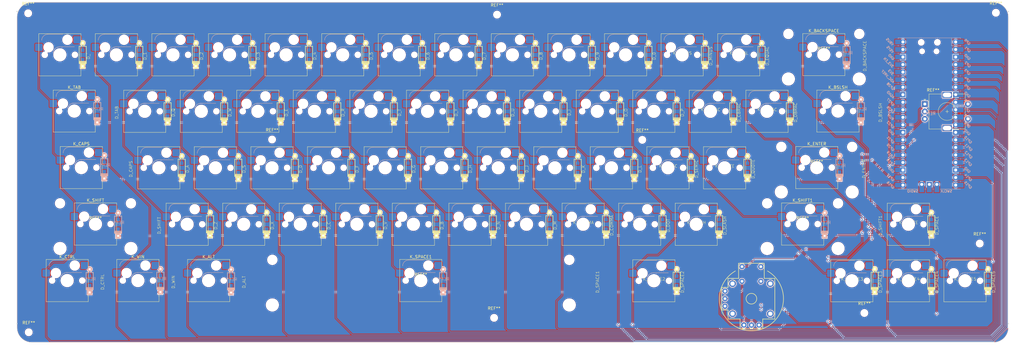
<source format=kicad_pcb>
(kicad_pcb (version 20221018) (generator pcbnew)
  (layers (0 "F.Cu" signal) (31 "B.Cu" signal) (34 "B.Paste" user) (35 "F.Paste" user) (36 "B.SilkS" user "B.Silkscreen") (37 "F.SilkS" user "F.Silkscreen") (38 "B.Mask" user) (39 "F.Mask" user) (44 "Edge.Cuts" user))
  (net 0 "")
  (footprint "personal:nothing" (layer "F.Cu") (at 440.50009 207.922334 90)
    (fp_text reference "D_ENTER")
    (fp_text value "D")
  )
  (footprint "personal:1u mx hotswap with diode" (layer "F.Cu") (at 244.73759 226.472334)
    (fp_text reference "K_C")
    (fp_text value "KEYSW")
  )
  (footprint "Mounting_Keyboard_Stabilizer:Stabilizer_Cherry_MX_2.00u" (layer "F.Cu") (at 418.56884 207.422334)
    (fp_text reference "REF**")
    (fp_text value "Stabilizer_Cherry_MX_2.00u")
  )
  (footprint "personal:1u mx hotswap with diode" (layer "F.Cu") (at 282.83759 226.472334)
    (fp_text reference "K_B")
    (fp_text value "KEYSW")
  )
  (footprint "personal:1u mx hotswap with diode" (layer "F.Cu") (at 292.36259 207.422334)
    (fp_text reference "K_H")
    (fp_text value "KEYSW")
  )
  (footprint "personal:nothing" (layer "F.Cu") (at 226.18759 246.022334 90)
    (fp_text reference "D_ALT")
    (fp_text value "D")
  )
  (footprint "personal:1u mx hotswap with diode" (layer "F.Cu") (at 182.82509 169.322334)
    (fp_text reference "K_1")
    (fp_text value "KEYSW")
  )
  (footprint "personal:nothing" (layer "F.Cu") (at 292.86259 226.972334 90)
    (fp_text reference "D_B")
    (fp_text value "D")
  )
  (footprint "Switch_Keyboard_Hotswap_Kailh:SW_Hotswap_Kailh_MX_2.00u" (layer "F.Cu") (at 420.95009 169.322334)
    (fp_text reference "K_BACKSPACE")
    (fp_text value "KEYSW")
  )
  (footprint "personal:nothing" (layer "F.Cu") (at 216.66259 226.972334 90)
    (fp_text reference "D_Z")
    (fp_text value "D")
  )
  (footprint "MountingHole:MountingHole_2.2mm_M2" (layer "F.Cu") (at 473.446343 233.040507)
    (fp_text reference "REF**")
    (fp_text value "MountingHole_2.2mm_M2")
  )
  (footprint "personal:nothing" (layer "F.Cu") (at 178.56259 246.022334 90)
    (fp_text reference "D_CTRL")
    (fp_text value "D")
  )
  (footprint "personal:nothing" (layer "F.Cu") (at 345.25009 169.822334 90)
    (fp_text reference "D_9")
    (fp_text value "D")
  )
  (footprint "personal:1u mx hotswap with diode" (layer "F.Cu") (at 197.11259 207.422334)
    (fp_text reference "K_A")
    (fp_text value "KEYSW")
  )
  (footprint "personal:1u mx hotswap with diode" (layer "F.Cu") (at 311.41259 207.422334)
    (fp_text reference "K_J")
    (fp_text value "KEYSW")
  )
  (footprint "personal:nothing" (layer "F.Cu") (at 311.91259 226.972334 90)
    (fp_text reference "D_N")
    (fp_text value "D")
  )
  (footprint "personal:nothing" (layer "F.Cu") (at 297.62509 188.872334 90)
    (fp_text reference "D_Y")
    (fp_text value "D")
  )
  (footprint "personal:1u mx hotswap with diode" (layer "F.Cu") (at 325.70009 188.372334)
    (fp_text reference "K_I")
    (fp_text value "KEYSW")
  )
  (footprint "Switch_Keyboard_Hotswap_Kailh:SW_Hotswap_Kailh_MX_1.25u" (layer "F.Cu") (at 189.96884 245.522334)
    (fp_text reference "K_WIN")
    (fp_text value "KEYSW")
  )
  (footprint "PS4_joystick_footprint-main:PS4_joystick" (layer "F.Cu") (at 396.566235 251.639321)
    (fp_text reference "REF**" hide)
    (fp_text value "XDCR_COM-09032" hide)
  )
  (footprint "personal:1u mx hotswap with diode" (layer "F.Cu") (at 449.52509 245.522334)
    (fp_text reference "K_SPACE4")
    (fp_text value "KEYSW")
  )
  (footprint "personal:nothing" (layer "F.Cu") (at 383.35009 169.822334 90)
    (fp_text reference "D_MINUS")
    (fp_text value "D")
  )
  (footprint "personal:nothing" (layer "F.Cu") (at 269.05009 169.822334 90)
    (fp_text reference "D_5")
    (fp_text value "D")
  )
  (footprint "personal:nothing" (layer "F.Cu") (at 288.10009 169.822334 90)
    (fp_text reference "D_6")
    (fp_text value "D")
  )
  (footprint "personal:nothing" (layer "F.Cu") (at 335.72509 188.872334 90)
    (fp_text reference "D_I")
    (fp_text value "D")
  )
  (footprint "personal:nothing" (layer "F.Cu") (at 316.67509 188.872334 90)
    (fp_text reference "D_U")
    (fp_text value "D")
  )
  (footprint "personal:nothing" (layer "F.Cu") (at 402.40009 169.822334 90)
    (fp_text reference "D_EQUAL")
    (fp_text value "D")
  )
  (footprint "personal:nothing" (layer "F.Cu") (at 440.50009 188.872334 90)
    (fp_text reference "D_BSLSH")
    (fp_text value "D")
  )
  (footprint "personal:1u mx hotswap with diode" (layer "F.Cu") (at 468.57509 245.522334)
    (fp_text reference "K_SPACE5")
    (fp_text value "KEYSW")
  )
  (footprint "Switch_Keyboard_Hotswap_Kailh:SW_Hotswap_Kailh_MX_1.75u" (layer "F.Cu") (at 170.91884 207.422334)
    (fp_text reference "K_CAPS")
    (fp_text value "KEYSW")
  )
  (footprint "Mounting_Keyboard_Stabilizer:Stabilizer_Cherry_MX_6.25u" (layer "F.Cu") (at 285.237077 245.522033)
    (fp_text reference "REF**")
    (fp_text value "Stabilizer_Cherry_MX_6.25u" hide)
  )
  (footprint "personal:1u mx hotswap with diode" (layer "F.Cu") (at 392.37509 169.322334)
    (fp_text reference "K_EQUAL")
    (fp_text value "KEYSW")
  )
  (footprint "personal:nothing" (layer "F.Cu") (at 283.33759 207.922334 90)
    (fp_text reference "D_G")
    (fp_text value "D")
  )
  (footprint "Switch_Keyboard_Hotswap_Kailh:SW_Hotswap_Kailh_MX_1.25u" (layer "F.Cu") (at 213.78134 245.522334)
    (fp_text reference "K_ALT")
    (fp_text value "KEYSW")
  )
  (footprint "personal:1u mx hotswap with diode" (layer "F.Cu") (at 320.93759 226.472334)
    (fp_text reference "K_M")
    (fp_text value "KEYSW")
  )
  (footprint "Switch_Keyboard_Hotswap_Kailh:SW_Hotswap_Kailh_MX_2.25u" (layer "F.Cu") (at 418.56884 207.422334)
    (fp_text reference "K_ENTER")
    (fp_text value "KEYSW")
  )
  (footprint "personal:nothing" (layer "F.Cu") (at 459.55009 246.022334 90)
    (fp_text reference "D_SPACE4")
    (fp_text value "D")
  )
  (footprint "Switch_Keyboard_Hotswap_Kailh:SW_Hotswap_Kailh_MX_2.75u" (layer "F.Cu") (at 413.80634 226.472334)
    (fp_text reference "K_SHIFT1")
    (fp_text value "KEYSW")
  )
  (footprint "personal:nothing" (layer "F.Cu") (at 373.82509 188.872334 90)
    (fp_text reference "D_P")
    (fp_text value "D")
  )
  (footprint "Switch_Keyboard_Hotswap_Kailh:SW_Hotswap_Kailh_MX_6.25u" (layer "F.Cu") (at 285.21884 245.522334)
    (fp_text reference "K_SPACE1")
    (fp_text value "KEYSW")
  )
  (footprint "personal:nothing" (layer "F.Cu") (at 207.13759 207.922334 90)
    (fp_text reference "D_A")
    (fp_text value "D")
  )
  (footprint "personal:nothing" (layer "F.Cu") (at 245.23759 207.922334 90)
    (fp_text reference "D_D")
    (fp_text value "D")
  )
  (footprint "personal:nothing" (layer "F.Cu") (at 354.77509 188.872334 90)
    (fp_text reference "D_O")
    (fp_text value "D")
  )
  (footprint "personal:nothing" (layer "F.Cu") (at 364.30009 169.822334 90)
    (fp_text reference "D_0")
    (fp_text value "D")
  )
  (footprint "personal:nothing" (layer "F.Cu") (at 221.42509 188.872334 90)
    (fp_text reference "D_W")
    (fp_text value "D")
  )
  (footprint "personal:1u mx hotswap with diode" (layer "F.Cu") (at 259.02509 169.322334)
    (fp_text reference "K_5")
    (fp_text value "KEYSW")
  )
  (footprint "personal:1u mx hotswap with diode" (layer "F.Cu") (at 225.68759 226.472334)
    (fp_text reference "K_X")
    (fp_text value "KEYSW")
  )
  (footprint "personal:nothing" (layer "F.Cu") (at 340.48759 207.922334 90)
    (fp_text reference "D_K")
    (fp_text value "D")
  )
  (footprint "personal:nothing" (layer "F.Cu") (at 250.00009 169.822334 90)
    (fp_text reference "D_4")
    (fp_text value "D")
  )
  (footprint "personal:nothing" (layer "F.Cu") (at 388.11259 226.972334 90)
    (fp_text reference "D_SLASH")
    (fp_text value "D")
  )
  (footprint "personal:nothing" (layer "F.Cu") (at 202.37509 246.022334 90)
    (fp_text reference "D_WIN")
    (fp_text value "D")
  )
  (footprint "personal:1u mx hotswap with diode" (layer "F.Cu") (at 359.03759 226.472334)
    (fp_text reference "K_DOT")
    (fp_text value "KEYSW")
  )
  (footprint "personal:1u mx hotswap with diode" (layer "F.Cu") (at 220.92509 169.322334)
    (fp_text reference "K_3")
    (fp_text value "KEYSW")
  )
  (footprint "personal:nothing" (layer "F.Cu") (at 211.90009 169.822334 90)
    (fp_text reference "D_2")
    (fp_text value "D")
  )
  (footprint "Mounting_Keyboard_Stabilizer:Stabilizer_Cherry_MX_2.00u" (layer "F.Cu") (at 420.95009 169.322334)
    (fp_text reference "REF**")
    (fp_text value "Stabilizer_Cherry_MX_2.00u")
  )
  (footprint "personal:nothing" (layer "F.Cu") (at 307.15009 169.822334 90)
    (fp_text reference "D_7")
    (fp_text value "D")
  )
  (footprint "personal:nothing" (layer "F.Cu") (at 188.08759 207.922334 90)
    (fp_text reference "D_CAPS")
    (fp_text value "D")
  )
  (footprint "personal:1u mx hotswap with diode" (layer "F.Cu") (at 278.07509 169.322334)
    (fp_text reference "K_6")
    (fp_text value "KEYSW")
  )
  (footprint "personal:nothing" (layer "F.Cu") (at 350.01259 226.972334 90)
    (fp_text reference "D_COMMA")
    (fp_text value "D")
  )
  (footprint "Switch_Keyboard_Hotswap_Kailh:SW_Hotswap_Kailh_MX_1.50u" (layer "F.Cu") (at 168.53759 188.372334)
    (fp_text reference "K_TAB")
    (fp_text value "KEYSW")
  )
  (footprint "personal:1u mx hotswap with diode" (layer "F.Cu") (at 301.88759 226.472334)
    (fp_text reference "K_N")
    (fp_text value "KEYSW")
  )
  (footprint "personal:1u mx hotswap with diode" (layer "F.Cu") (at 363.80009 245.522334)
    (fp_text reference "K_SPACE2")
    (fp_text value "KEYSW")
  )
  (footprint "personal:nothing" (layer "F.Cu") (at 397.63759 207.922334 90)
    (fp_text reference "D_QUOTE")
    (fp_text value "D")
  )
  (footprint "personal:nothing" (layer "F.Cu") (at 378.58759 207.922334 90)
    (fp_text reference "D_SEMIC")
    (fp_text value "D")
  )
  (footprint "personal:nothing" (layer "F.Cu") (at 259.52509 188.872334 90)
    (fp_text reference "D_R")
    (fp_text value "D")
  )
  (footprint "personal:nothing" (layer "F.Cu") (at 197.61259 226.972334 90)
    (fp_text reference "D_SHIFT")
    (fp_text value "D")
  )
  (footprint "personal:1u mx hotswap with diode" (layer "F.Cu") (at 387.61259 207.422334)
    (fp_text reference "K_QUOTE")
    (fp_text value "KEYSW")
  )
  (footprint "personal:nothing" (layer "F.Cu") (at 173.80009 169.822334 90)
    (fp_text reference "D_`")
    (fp_text value "D")
  )
  (footprint "personal:nothing" (layer "F.Cu") (at 330.96259 226.972334 90)
    (fp_text reference "D_M")
    (fp_text value "D")
  )
  (footprint "MountingHole:MountingHole_2.2mm_M2" (layer "F.Cu") (at 434.59868 256.462294)
    (fp_text reference "REF**")
    (fp_text value "MountingHole_2.2mm_M2")
  )
  (footprint "personal:1u mx hotswap with diode" (layer "F.Cu") (at 339.98759 226.472334)
    (fp_text reference "K_COMMA")
    (fp_text value "KEYSW")
  )
  (footprint "personal:nothing" (layer "F.Cu") (at 440.50009 169.822334 90)
    (fp_text reference "D_BACKSPACE")
    (fp_text value "D")
  )
  (footprint "personal:1u mx hotswap with diode" (layer "F.Cu") (at 263.78759 226.472334)
    (fp_text reference "K_V")
    (fp_text value "KEYSW")
  )
  (footprint "personal:1u mx hotswap with diode" (layer "F.Cu") (at 449.52509 226.472334)
    (fp_text reference "K_SPACE")
    (fp_text value "KEYSW")
  )
  (footprint "personal:1u mx hotswap with diode" (layer "F.Cu") (at 316.17509 169.322334)
    (fp_text reference "K_8")
    (fp_text value "KEYSW")
  )
  (footprint "personal:nothing" (layer "F.Cu") (at 230.95009 169.822334 90)
    (fp_text reference "D_3")
    (fp_text value "D")
  )
  (footprint "Switch_Keyboard_Hotswap_Kailh:SW_Hotswap_Kailh_MX_1.25u" (layer "F.Cu") (at 166.15634 245.522334)
    (fp_text reference "K_CTRL")
    (fp_text value "KEYSW")
  )
  (footprint "personal:nothing" (layer "F.Cu") (at 326.20009 169.822334 90)
    (fp_text reference "D_8")
    (fp_text value "D")
  )
  (footprint "personal:nothing" (layer "F.Cu") (at 440.50009 226.972334 90)
    (fp_text reference "D_SHIFT1")
    (fp_text value "D")
  )
  (footprint "personal:nothing" (layer "F.Cu") (at 226.18759 207.922334 90)
    (fp_text reference "D_S")
    (fp_text value "D")
  )
  (footprint "MountingHole:MountingHole_2.2mm_M2" (layer "F.Cu") (at 478.892808 155.216776)
    (fp_text reference "REF**")
    (fp_text value "MountingHole_2.2mm_M2")
  )
  (footprint "personal:nothing" (layer "F.Cu") (at 411.92509 188.872334 90)
    (fp_text reference "D_OBRAC")
    (fp_text value "D")
  )
  (footprint "personal:nothing" (layer "F.Cu") (at 440.50009 246.022334 90)
    (fp_text reference "D_SPACE3")
    (fp_text value "D")
  )
  (footprint "personal:1u mx hotswap with diode" (layer "F.Cu") (at 163.77509 169.322334)
    (fp_text reference "K_`")
    (fp_text value "KEYSW")
  )
  (footprint "Rotary_Encoder:RotaryEncoder_Alps_EC11E-Switch_Vertical_H20mm" (layer "F.Cu") (at 454.961348 186.000862)
    (fp_text reference "REF**")
    (fp_text value "RotaryEncoder_Alps_EC11E-Switch_Vertical_H20mm" hide)
  )
  (footprint "MountingHole:MountingHole_2.2mm_M2" (layer "F.Cu") (at 309.908484 258.101192)
    (fp_text reference "REF**")
    (fp_text value "MountingHole_2.2mm_M2")
  )
  (footprint "personal:nothing" (layer "F.Cu") (at 254.76259 226.972334 90)
    (fp_text reference "D_C")
    (fp_text value "D")
  )
  (footprint "MountingHole:MountingHole_2.2mm_M2" (layer "F.Cu") (at 359.815515 198.067607)
    (fp_text reference "REF**")
    (fp_text value "MountingHole_2.2mm_M2")
  )
  (footprint "personal:nothing" (layer "F.Cu") (at 345.25009 246.022334 90)
    (fp_text reference "D_SPACE1")
    (fp_text value "D")
  )
  (footprint "personal:1u mx hotswap with diode" (layer "F.Cu") (at 249.50009 188.372334)
    (fp_text reference "K_R")
    (fp_text value "KEYSW")
  )
  (footprint "personal:1u mx hotswap with diode" (layer "F.Cu") (at 363.80009 188.372334)
    (fp_text reference "K_P")
    (fp_text value "KEYSW")
  )
  (footprint "personal:nothing" (layer "F.Cu") (at 373.82509 246.022334 90)
    (fp_text reference "D_SPACE2")
    (fp_text value "D")
  )
  (footprint "personal:1u mx hotswap with diode" (layer "F.Cu") (at 211.40009 188.372334)
    (fp_text reference "K_W")
    (fp_text value "KEYSW")
  )
  (footprint "personal:1u mx hotswap with diode" (layer "F.Cu") (at 287.60009 188.372334)
    (fp_text reference "K_Y")
    (fp_text value "KEYSW")
  )
  (footprint "personal:1u mx hotswap with diode" (layer "F.Cu") (at 330.46259 207.422334)
    (fp_text reference "K_K")
    (fp_text value "KEYSW")
  )
  (footprint "personal:1u mx hotswap with diode" (layer "F.Cu") (at 354.27509 169.322334)
    (fp_text reference "K_0")
    (fp_text value "KEYSW")
  )
  (footprint "MountingHole:MountingHole_2.2mm_M2" (layer "F.Cu") (at 310.902609 155.843338)
    (fp_text reference "REF**")
    (fp_text value "MountingHole_2.2mm_M2")
  )
  (footprint "MountingHole:MountingHole_2.2mm_M2" (layer "F.Cu") (at 153.007997 155.385471)
    (fp_text reference "REF**")
    (fp_text value "MountingHole_2.2mm_M2")
  )
  (footprint "personal:1u mx hotswap with diode" (layer "F.Cu") (at 273.31259 207.422334)
    (fp_text reference "K_G")
    (fp_text value "KEYSW")
  )
  (footprint "personal:1u mx hotswap with diode" (layer "F.Cu") (at 349.51259 207.422334)
    (fp_text reference "K_L")
    (fp_text value "KEYSW")
  )
  (footprint "personal:1u mx hotswap with diode" (layer "F.Cu") (at 206.63759 226.472334)
    (fp_text reference "K_Z")
    (fp_text value "KEYSW")
  )
  (footprint "personal:1u mx hotswap with diode" (layer "F.Cu") (at 335.22509 169.322334)
    (fp_text reference "K_9")
    (fp_text value "KEYSW")
  )
  (footprint "personal:nothing" (layer "F.Cu") (at 235.71259 226.972334 90)
    (fp_text reference "D_X")
    (fp_text value "D")
  )
  (footprint "personal:1u mx hotswap with diode" (layer "F.Cu") (at 239.97509 169.322334)
    (fp_text reference "K_4")
    (fp_text value "KEYSW")
  )
  (footprint "personal:nothing" (layer "F.Cu") (at 278.57509 188.872334 90)
    (fp_text reference "D_T")
    (fp_text value "D")
  )
  (footprint "Mounting_Keyboard_Stabilizer:Stabilizer_Cherry_MX_2.00u" (layer "F.Cu") (at 175.68134 226.472334)
    (fp_text reference "REF**")
    (fp_text value "Stabilizer_Cherry_MX_2.00u")
  )
  (footprint "personal:nothing" (layer "F.Cu") (at 321.43759 207.922334 90)
    (fp_text reference "D_J")
    (fp_text value "D")
  )
  (footprint "personal:1u mx hotswap with diode" (layer "F.Cu") (at 378.08759 226.472334)
    (fp_text reference "K_SLASH")
    (fp_text value "KEYSW")
  )
  (footprint "personal:1u mx hotswap with diode" (layer "F.Cu") (at 216.16259 207.422334)
    (fp_text reference "K_S")
    (fp_text value "KEYSW")
  )
  (footprint "personal:1u mx hotswap with diode" (layer "F.Cu") (at 344.75009 188.372334)
    (fp_text reference "K_O")
    (fp_text value "KEYSW")
  )
  (footprint "personal:1u mx hotswap with diode" (layer "F.Cu") (at 254.26259 207.422334)
    (fp_text reference "K_F")
    (fp_text value "KEYSW")
  )
  (footprint "personal:nothing" (layer "F.Cu") (at 240.47509 188.872334 90)
    (fp_text reference "D_E")
    (fp_text value "D")
  )
  (footprint "personal:1u mx hotswap with diode" (layer "F.Cu") (at 382.85009 188.372334)
    (fp_text reference "K_CBRAC")
    (fp_text value "KEYSW")
  )
  (footprint "personal:nothing" (layer "F.Cu") (at 369.06259 226.972334 90)
    (fp_text reference "D_DOT")
    (fp_text value "D")
  )
  (footprint "personal:1u mx hotswap with diode" (layer "F.Cu") (at 430.47509 245.522334)
    (fp_text reference "K_SPACE3")
    (fp_text value "KEYSW")
  )
  (footprint "personal:nothing" (layer "F.Cu") (at 264.28759 207.922334 90)
    (fp_text reference "D_F")
    (fp_text value "D")
  )
  (footprint "Switch_Keyboard_Hotswap_Kailh:SW_Hotswap_Kailh_MX_2.25u" (layer "F.Cu") (at 175.68134 226.472334)
    (fp_text reference "K_SHIFT")
    (fp_text value "KEYSW")
  )
  (footprint "personal:nothing" (layer "F.Cu") (at 273.81259 226.972334 90)
    (fp_text reference "D_V")
    (fp_text value "D")
  )
  (footprint "personal:nothing" (layer "F.Cu") (at 192.85009 169.822334 90)
    (fp_text reference "D_1")
    (fp_text value "D")
  )
  (footprint "Switch_Keyboard_Hotswap_Kailh:SW_Hotswap_Kailh_MX_1.50u" (layer "F.Cu") (at 425.71259 188.372334)
    (fp_text reference "K_BSLSH")
    (fp_text value "KEYSW")
  )
  (footprint "personal:1u mx hotswap with diode" (layer "F.Cu") (at 306.65009 188.372334)
    (fp_text reference "K_U")
    (fp_text value "KEYSW")
  )
  (footprint "personal:nothing" (layer "F.Cu") (at 302.38759 207.922334 90)
    (fp_text reference "D_H")
    (fp_text value "D")
  )
  (footprint "personal:nothing" (layer "F.Cu") (at 183.32509 188.872334 90)
    (fp_text reference "D_TAB")
    (fp_text value "D")
  )
  (footprint "personal:nothing" (layer "F.Cu") (at 392.87509 188.872334 90)
    (fp_text reference "D_CBRAC")
    (fp_text value "D")
  )
  (footprint "personal:1u mx hotswap with diode" (layer "F.Cu") (at 192.35009 188.372334)
    (fp_text reference "K_Q")
    (fp_text value "KEYSW")
  )
  (footprint "personal:1u mx hotswap with diode" (layer "F.Cu") (at 368.56259 207.422334)
    (fp_text reference "K_SEMIC")
    (fp_text value "KEYSW")
  )
  (footprint "personal:1u mx hotswap with diode" (layer "F.Cu") (at 230.45009 188.372334)
    (fp_text reference "K_E")
    (fp_text value "KEYSW")
  )
  (footprint "personal:nothing" (layer "F.Cu") (at 359.53759 207.922334 90)
    (fp_text reference "D_L")
    (fp_text value "D")
  )
  (footprint "personal:1u mx hotswap with diode" (layer "F.Cu") (at 297.12509 169.322334)
    (fp_text reference "K_7")
    (fp_text value "KEYSW")
  )
  (footprint "personal:nothing" (layer "F.Cu") (at 478.60009 246.022334 90)
    (fp_text reference "D_SPACE5")
    (fp_text value "D")
  )
  (footprint "personal:1u mx hotswap with diode" (layer "F.Cu") (at 201.87509 169.322334)
    (fp_text reference "K_2")
    (fp_text value "KEYSW")
  )
  (footprint "personal:1u mx hotswap with diode" (layer "F.Cu") (at 235.21259 207.422334)
    (fp_text reference "K_D")
    (fp_text value "KEYSW")
  )
  (footprint "personal:1u mx hotswap with diode" (layer "F.Cu") (at 401.90009 188.372334)
    (fp_text reference "K_OBRAC")
    (fp_text value "KEYSW")
  )
  (footprint "personal:nothing" (layer "F.Cu") (at 202.37509 188.872334 90)
    (fp_text reference "D_Q")
    (fp_text value "D")
  )
  (footprint "MountingHole:MountingHole_2.2mm_M2" (layer "F.Cu") (at 153.198851 262.955216)
    (fp_text reference "REF**")
    (fp_text value "MountingHole_2.2mm_M2")
  )
  (footprint "personal:nothing" (layer "F.Cu") (at 459.55009 226.972334 90)
    (fp_text reference "D_SPACE")
    (fp_text value "D")
  )
  (footprint "personal:1u mx hotswap with diode" (layer "F.Cu") (at 268.55009 188.372334)
    (fp_text reference "K_T")
    (fp_text value "KEYSW")
  )
  (footprint "personal:1u mx hotswap with diode" (layer "F.Cu") (at 373.32509 169.322334)
    (fp_text reference "K_MINUS")
    (fp_text value "KEYSW")
  )
  (footprint "MountingHole:MountingHole_2.2mm_M2" (layer "F.Cu") (at 235.151451 197.955674)
    (fp_text reference "REF**")
    (fp_text value "MountingHole_2.2mm_M2")
  )
  (footprint "Mounting_Keyboard_Stabilizer:Stabilizer_Cherry_MX_2.00u" (layer "F.Cu") (at 413.80634 226.472334)
    (fp_text reference "REF**")
    (fp_text value "Stabilizer_Cherry_MX_2.00u")
  )
  (footprint "personal:diode tht smd" (layer "B.Cu") (at 428.562763 169.279635 180)
    (fp_text reference "REF**")
    (fp_text value "diode tht smd")
  )
  (footprint "personal:diode tht smd" (layer "B.Cu") (at 433.368817 188.259003 180)
    (fp_text reference "REF**")
    (fp_text value "diode tht smd")
  )
  (footprint "personal:diode tht smd" (layer "B.Cu") (at 197.474122 245.429286 180)
    (fp_text reference "REF**")
    (fp_text value "diode tht smd")
  )
  (footprint "personal:diode tht smd" (layer "B.Cu") (at 183.23864 226.511413 180)
    (fp_text reference "REF**")
    (fp_text value "diode tht smd")
  )
  (footprint "personal:diode tht smd" (layer "B.Cu") (at 421.169467 226.497573 180)
    (fp_text reference "REF**")
    (fp_text value "diode tht smd")
  )
  (footprint "personal:diode tht smd" (layer "B.Cu") (at 173.674708 245.527226 180)
    (fp_text reference "REF**")
    (fp_text value "diode tht smd")
  )
  (footprint "personal:diode tht smd" (layer "B.Cu") (at 176.21494 188.216878 180)
    (fp_text reference "REF**")
    (fp_text value "diode tht smd")
  )
  (footprint "personal:diode tht smd" (layer "B.Cu") (at 292.699326 245.551273 180)
    (fp_text reference "REF**")
    (fp_text value "diode tht smd")
  )
  (footprint "MCU_RaspberryPi_and_Boards:RPi_Pico_SMD_TH" (layer "B.Cu") (at 456.46542 189.192046 180)
    (fp_text reference "REF**")
    (fp_text value "RPi_Pico_SMD_TH")
  )
  (footprint "personal:diode tht smd" (layer "B.Cu") (at 178.572497 207.133286 180)
    (fp_text reference "REF**")
    (fp_text value "diode tht smd")
  )
  (footprint "personal:diode tht smd" (layer "B.Cu") (at 426.188888 207.28268 180)
    (fp_text reference "REF**")
    (fp_text value "diode tht smd")
  )
  (footprint "personal:diode tht smd" (layer "B.Cu") (at 221.273537 245.61817 180)
    (fp_text reference "REF**")
    (fp_text value "diode tht smd")
  )
  (gr_arc (start 154.25009 266.363649) (mid 150.714556 264.899183) (end 149.25009 261.363649) (stroke (width 0.1)) (layer "Edge.Cuts"))
  (gr_arc (start 478.10009 151.698516) (mid 481.635624 153.162982) (end 483.10009 156.698516) (stroke (width 0.1)) (layer "Edge.Cuts"))
  (gr_arc (start 149.25009 154.797334) (mid 149.25009 154.797334) (end 149.25009 154.797334) (stroke (width 0.2)) (layer "Edge.Cuts"))
  (gr_line (start 154.25009 151.698516) (end 478.10009 151.698516) (stroke (width 0.1)) (layer "Edge.Cuts"))
  (gr_line (start 478.10009 266.363649) (end 154.25009 266.363649) (stroke (width 0.1)) (layer "Edge.Cuts"))
  (gr_line (start 483.10009 156.698516) (end 483.10009 261.363649) (stroke (width 0.1)) (layer "Edge.Cuts"))
  (gr_line (start 149.25009 261.363649) (end 149.25009 156.698516) (stroke (width 0.1)) (layer "Edge.Cuts"))
  (gr_arc (start 483.10009 261.363649) (mid 481.635606 264.899148) (end 478.10009 266.363649) (stroke (width 0.1)) (layer "Edge.Cuts"))
  (gr_arc (start 149.25009 260.047334) (mid 149.25009 260.047334) (end 149.25009 260.047334) (stroke (width 0.2)) (layer "Edge.Cuts"))
  (gr_arc (start 149.25009 156.698516) (mid 150.71455 153.162968) (end 154.25009 151.698516) (stroke (width 0.1)) (layer "Edge.Cuts"))
  (gr_arc (start 483.10009 260.047334) (mid 483.10009 260.047334) (end 483.10009 260.047334) (stroke (width 0.2)) (layer "Edge.Cuts"))
  (gr_arc (start 483.10009 154.797334) (mid 483.10009 154.797334) (end 483.10009 154.797334) (stroke (width 0.2)) (layer "Edge.Cuts"))
  (segment (start 481.589494 207.026068) (end 477.725472 203.162046) (width 0.25) (layer "F.Cu") (net 0))
  (segment (start 396.363189 239.201631) (end 396.810915 238.753905) (width 0.2) (layer "F.Cu") (net 0))
  (segment (start 178.841545 211.302334) (end 178.632497 211.093286) (width 0.25) (layer "F.Cu") (net 0))
  (segment (start 440.646179 234.981073) (end 437.129667 231.464561) (width 0.25) (layer "F.Cu") (net 0))
  (segment (start 447.57542 187.922046) (end 443.865642 187.922046) (width 0.25) (layer "F.Cu") (net 0))
  (segment (start 408.705637 259.134158) (end 408.705637 249.973272) (width 0.25) (layer "F.Cu") (net 0))
  (segment (start 449.6847 163.47096) (end 450.662868 164.449128) (width 0.25) (layer "F.Cu") (net 0))
  (segment (start 443.865642 187.922046) (end 443.101863 188.685825) (width 0.25) (layer "F.Cu") (net 0))
  (segment (start 442.220404 189.567284) (end 442.220404 201.320082) (width 0.25) (layer "F.Cu") (net 0))
  (segment (start 437.39084 227.474816) (end 437.39084 211.587548) (width 0.2) (layer "F.Cu") (net 0))
  (segment (start 450.662868 209.07303) (end 451.512847 209.923009) (width 0.25) (layer "F.Cu") (net 0))
  (segment (start 407.384752 255.256908) (end 407.636597 255.256908) (width 0.2) (layer "F.Cu") (net 0))
  (segment (start 442.220404 201.320082) (end 442.220404 202.98817) (width 0.25) (layer "F.Cu") (net 0))
  (segment (start 415.180024 237.973828) (end 421.637279 237.973828) (width 0.2) (layer "F.Cu") (net 0))
  (segment (start 436.295625 228.570031) (end 437.352755 227.512901) (width 0.2) (layer "F.Cu") (net 0))
  (segment (start 477.281797 264.396003) (end 480.981753 260.696047) (width 0.25) (layer "F.Cu") (net 0))
  (segment (start 204.72259 211.302334) (end 426.189234 211.302334) (width 0.25) (layer "F.Cu") (net 0))
  (segment (start 439.039096 173.239635) (end 442.446403 169.832328) (width 0.25) (layer "F.Cu") (net 0))
  (segment (start 432.572458 204.91911) (end 426.248888 211.24268) (width 0.2) (layer "F.Cu") (net 0))
  (segment (start 451.349925 198.129009) (end 462.838219 186.640715) (width 0.2) (layer "F.Cu") (net 0))
  (segment (start 478.684651 198.082046) (end 465.35542 198.082046) (width 0.25) (layer "F.Cu") (net 0))
  (segment (start 437.352755 227.512901) (end 437.39084 227.474816) (width 0.2) (layer "F.Cu") (net 0))
  (segment (start 477.177714 205.702046) (end 465.35542 205.702046) (width 0.25) (layer "F.Cu") (net 0))
  (segment (start 443.964045 206.514133) (end 444.776132 205.702046) (width 0.25) (layer "F.Cu") (net 0))
  (segment (start 444.776132 205.702046) (end 447.57542 205.702046) (width 0.25) (layer "F.Cu") (net 0))
  (segment (start 440.646179 249.402334) (end 476.18509 249.402334) (width 0.25) (layer "F.Cu") (net 0))
  (segment (start 438.160372 214.870735) (end 443.964045 209.067062) (width 0.25) (layer "F.Cu") (net 0))
  (segment (start 414.399947 238.753905) (end 415.180024 237.973828) (width 0.2) (layer "F.Cu") (net 0))
  (segment (start 439.644746 202.92277) (end 437.296256 202.92277) (width 0.2) (layer "F.Cu") (net 0))
  (segment (start 480.981753 209.506085) (end 477.177714 205.702046) (width 0.25) (layer "F.Cu") (net 0))
  (segment (start 441.191577 189.958939) (end 441.191577 201.375939) (width 0.2) (layer "F.Cu") (net 0))
  (segment (start 458.992738 256.678283) (end 458.984444 256.678283) (width 0.2) (layer "F.Cu") (net 0))
  (segment (start 449.986155 214.941602) (end 449.986155 177.632781) (width 0.2) (layer "F.Cu") (net 0))
  (segment (start 371.41009 249.402334) (end 371.603259 249.595503) (width 0.25) (layer "F.Cu") (net 0))
  (segment (start 396.810915 238.753905) (end 414.399947 238.753905) (width 0.2) (layer "F.Cu") (net 0))
  (segment (start 423.586099 260.624889) (end 427.881466 264.920256) (width 0.25) (layer "F.Cu") (net 0))
  (segment (start 415.200839 237.17936) (end 422.014752 237.17936) (width 0.2) (layer "F.Cu") (net 0))
  (segment (start 482.586534 261.277842) (end 482.586534 201.983929) (width 0.25) (layer "F.Cu") (net 0))
  (segment (start 478.036128 200.622046) (end 465.35542 200.622046) (width 0.25) (layer "F.Cu") (net 0))
  (segment (start 441.191577 201.375939) (end 439.644746 202.92277) (width 0.2) (layer "F.Cu") (net 0))
  (segment (start 469.461348 194.561181) (end 468.480483 195.542046) (width 0.2) (layer "F.Cu") (net 0))
  (segment (start 438.160372 230.352334) (end 457.13509 230.352334) (width 0.25) (layer "F.Cu") (net 0))
  (segment (start 394.041235 257.834022) (end 394.4147 257.460557) (width 0.2) (layer "F.Cu") (net 0))
  (segment (start 443.964045 209.067062) (end 443.964045 206.514133) (width 0.25) (layer "F.Cu") (net 0))
  (segment (start 214.24759 230.352334) (end 214.128511 230.471413) (width 0.25) (layer "F.Cu") (net 0))
  (segment (start 436.017347 227.303857) (end 436.017347 211.08605) (width 0.25) (layer "F.Cu") (net 0))
  (segment (start 482.108913 204.694831) (end 478.036128 200.622046) (width 0.25) (layer "F.Cu") (net 0))
  (segment (start 440.646179 249.402334) (end 440.646179 234.981073) (width 0.25) (layer "F.Cu") (net 0))
  (segment (start 436.017347 211.08605) (end 443.941351 203.162046) (width 0.25) (layer "F.Cu") (net 0))
  (segment (start 428.622763 173.239635) (end 439.039096 173.239635) (width 0.25) (layer "F.Cu") (net 0))
  (segment (start 199.96009 192.252334) (end 433.395486 192.252334) (width 0.25) (layer "F.Cu") (net 0))
  (segment (start 468.480483 195.542046) (end 465.35542 195.542046) (width 0.2) (layer "F.Cu") (net 0))
  (segment (start 437.514152 249.973272) (end 438.08509 249.402334) (width 0.25) (layer "F.Cu") (net 0))
  (segment (start 477.460855 264.920256) (end 481.589494 260.791617) (width 0.25) (layer "F.Cu") (net 0))
  (segment (start 357.242604 265.940488) (end 477.923888 265.940488) (width 0.25) (layer "F.Cu") (net 0))
  (segment (start 438.08509 249.402334) (end 440.646179 249.402334) (width 0.25) (layer "F.Cu") (net 0))
  (segment (start 422.369568 259.3494) (end 456.321621 259.3494) (width 0.2) (layer "F.Cu") (net 0))
  (segment (start 442.10413 183.32545) (end 441.191577 184.238003) (width 0.2) (layer "F.Cu") (net 0))
  (segment (start 477.831591 239.115289) (end 477.831591 209.434228) (width 0.2) (layer "F.Cu") (net 0))
  (segment (start 433.744271 224.970326) (end 433.744271 205.954031) (width 0.2) (layer "F.Cu") (net 0))
  (segment (start 384.622896 249.595503) (end 384.622896 260.078579) (width 0.25) (layer "F.Cu") (net 0))
  (segment (start 443.770854 163.47096) (end 449.6847 163.47096) (width 0.25) (layer "F.Cu") (net 0))
  (segment (start 204.72259 211.302334) (end 178.841545 211.302334) (width 0.25) (layer "F.Cu") (net 0))
  (segment (start 441.00315 204.205424) (end 434.638448 210.570126) (width 0.25) (layer "F.Cu") (net 0))
  (segment (start 452.315728 217.271175) (end 449.986155 214.941602) (width 0.2) (layer "F.Cu") (net 0))
  (segment (start 445.127534 180.302046) (end 442.10413 183.32545) (width 0.2) (layer "F.Cu") (net 0))
  (segment (start 399.859494 253.720071) (end 399.859494 250.083795) (width 0.2) (layer "F.Cu") (net 0))
  (segment (start 396.363189 246.58749) (end 396.363189 239.201631) (width 0.2) (layer "F.Cu") (net 0))
  (segment (start 442.489791 261.453142) (end 445.432652 264.396003) (width 0.25) (layer "F.Cu") (net 0))
  (segment (start 476.639409 208.242046) (end 465.35542 208.242046) (width 0.2) (layer "F.Cu") (net 0))
  (segment (start 433.744271 205.954031) (end 433.750099 205.948203) (width 0.2) (layer "F.Cu") (net 0))
  (segment (start 461.956383 209.923009) (end 465.35542 213.322046) (width 0.25) (layer "F.Cu") (net 0))
  (segment (start 449.986155 177.632781) (end 447.57542 175.222046) (width 0.2) (layer "F.Cu") (net 0))
  (segment (start 434.638448 210.570126) (end 434.638448 214.613334) (width 0.25) (layer "F.Cu") (net 0))
  (segment (start 445.432652 264.396003) (end 477.281797 264.396003) (width 0.25) (layer "F.Cu") (net 0))
  (segment (start 436.295625 229.291367) (end 436.295625 228.570031) (width 0.2) (layer "F.Cu") (net 0))
  (segment (start 396.713503 238.140105) (end 414.240094 238.140105) (width 0.2) (layer "F.Cu") (net 0))
  (segment (start 477.923888 265.940488) (end 482.586534 261.277842) (width 0.25) (layer "F.Cu") (net 0))
  (segment (start 405.689415 262.15038) (end 408.705637 259.134158) (width 0.25) (layer "F.Cu") (net 0))
  (segment (start 421.637279 237.973828) (end 422.445669 238.782218) (width 0.2) (layer "F.Cu") (net 0))
  (segment (start 442.489791 260.55769) (end 442.489791 261.453142) (width 0.25) (layer "F.Cu") (net 0))
  (segment (start 437.39084 211.587548) (end 442.259053 206.719335) (width 0.2) (layer "F.Cu") (net 0))
  (segment (start 443.101863 188.685825) (end 442.220404 189.567284) (width 0.25) (layer "F.Cu") (net 0))
  (segment (start 422.014752 237.17936) (end 422.419015 237.583623) (width 0.2) (layer "F.Cu") (net 0))
  (segment (start 437.296256 202.92277) (end 437.289003 202.930023) (width 0.2) (layer "F.Cu") (net 0))
  (segment (start 442.446403 169.832328) (end 442.446403 164.795411) (width 0.25) (layer "F.Cu") (net 0))
  (segment (start 395.773747 239.079861) (end 396.713503 238.140105) (width 0.2) (layer "F.Cu") (net 0))
  (segment (start 171.388423 173.199001) (end 428.582129 173.199001) (width 0.25) (layer "F.Cu") (net 0))
  (segment (start 437.289003 202.930023) (end 433.900733 202.930023) (width 0.2) (layer "F.Cu") (net 0))
  (segment (start 408.705637 249.973272) (end 437.514152 249.973272) (width 0.25) (layer "F.Cu") (net 0))
  (segment (start 199.884634 192.176878) (end 176.27494 192.176878) (width 0.25) (layer "F.Cu") (net 0))
  (segment (start 214.24759 230.352334) (end 438.160372 230.352334) (width 0.25) (layer "F.Cu") (net 0))
  (segment (start 482.108913 261.074574) (end 482.108913 204.694831) (width 0.25) (layer "F.Cu") (net 0))
  (segment (start 356.510874 260.336811) (end 361.610859 265.436796) (width 0.25) (layer "F.Cu") (net 0))
  (segment (start 434.638448 214.613334) (end 434.638448 228.504489) (width 0.25) (layer "F.Cu") (net 0))
  (segment (start 482.586534 201.983929) (end 478.684651 198.082046) (width 0.25) (layer "F.Cu") (net 0))
  (segment (start 433.900733 202.930023) (end 433.871558 202.900848) (width 0.2) (layer "F.Cu") (net 0))
  (segment (start 434.638448 228.504489) (end 433.849492 229.293445) (width 0.25) (layer "F.Cu") (net 0))
  (segment (start 458.984444 256.678283) (end 458.971576 256.691151) (width 0.2) (layer "F.Cu") (net 0))
  (segment (start 481.589494 260.791617) (end 481.589494 207.026068) (width 0.25) (layer "F.Cu") (net 0))
  (segment (start 399.859494 250.083795) (end 396.363189 246.58749) (width 0.2) (layer "F.Cu") (net 0))
  (segment (start 458.971278 219.141658) (end 457.100795 217.271175) (width 0.2) (layer "F.Cu") (net 0))
  (segment (start 477.725472 203.162046) (end 465.35542 203.162046) (width 0.25) (layer "F.Cu") (net 0))
  (segment (start 384.622896 260.078579) (end 386.694697 262.15038) (width 0.25) (layer "F.Cu") (net 0))
  (segment (start 397.464374 255.445165) (end 397.632271 255.277268) (width 0.2) (layer "F.Cu") (net 0))
  (segment (start 176.062078 249.402334) (end 176.020459 249.443953) (width 0.25) (layer "F.Cu") (net 0))
  (segment (start 480.981753 260.696047) (end 480.981753 209.506085) (width 0.25) (layer "F.Cu") (net 0))
  (segment (start 442.259053 206.719335) (end 442.986466 206.719335) (width 0.2) (layer "F.Cu") (net 0))
  (segment (start 397.310925 254.564332) (end 406.692176 254.564332) (width 0.2) (layer "F.Cu") (net 0))
  (segment (start 441.191577 184.238003) (end 441.191577 189.958939) (width 0.2) (layer "F.Cu") (net 0))
  (segment (start 390.709838 251.624521) (end 395.773747 246.560612) (width 0.2) (layer "F.Cu") (net 0))
  (segment (start 351.722987 260.420871) (end 357.242604 265.940488) (width 0.25) (layer "F.Cu") (net 0))
  (segment (start 394.4147 257.460557) (end 397.310925 254.564332) (width 0.2) (layer "F.Cu") (net 0))
  (segment (start 386.694697 262.15038) (end 405.689415 262.15038) (width 0.25) (layer "F.Cu") (net 0))
  (segment (start 456.321621 259.3494) (end 458.992738 256.678283) (width 0.2) (layer "F.Cu") (net 0))
  (segment (start 387.661235 251.624521) (end 390.709838 251.624521) (width 0.2) (layer "F.Cu") (net 0))
  (segment (start 414.240094 238.140105) (end 415.200839 237.17936) (width 0.2) (layer "F.Cu") (net 0))
  (segment (start 433.395486 192.252334) (end 433.428817 192.219003) (width 0.25) (layer "F.Cu") (net 0))
  (segment (start 361.610859 265.436796) (end 477.746691 265.436796) (width 0.25) (layer "F.Cu") (net 0))
  (segment (start 397.632271 255.277268) (end 399.833588 255.277268) (width 0.2) (layer "F.Cu") (net 0))
  (segment (start 468.869435 186.000862) (end 469.461348 186.000862) (width 0.2) (layer "F.Cu") (net 0))
  (segment (start 428.582129 173.199001) (end 428.622763 173.239635) (width 0.25) (layer "F.Cu") (net 0))
  (segment (start 199.96009 192.252334) (end 199.884634 192.176878) (width 0.25) (layer "F.Cu") (net 0))
  (segment (start 451.512847 209.923009) (end 461.956383 209.923009) (width 0.25) (layer "F.Cu") (net 0))
  (segment (start 458.971278 237.960126) (end 458.971278 219.141658) (width 0.2) (layer "F.Cu") (net 0))
  (segment (start 447.57542 180.302046) (end 445.127534 180.302046) (width 0.2) (layer "F.Cu") (net 0))
  (segment (start 442.446403 164.795411) (end 443.770854 163.47096) (width 0.25) (layer "F.Cu") (net 0))
  (segment (start 214.128511 230.471413) (end 183.29864 230.471413) (width 0.25) (layer "F.Cu") (net 0))
  (segment (start 413.872335 234.923393) (end 414.972993 234.923393) (width 0.2) (layer "F.Cu") (net 0))
  (segment (start 394.041235 260.514521) (end 394.041235 257.834022) (width 0.2) (layer "F.Cu") (net 0))
  (segment (start 395.773747 246.560612) (end 395.773747 239.079861) (width 0.2) (layer "F.Cu") (net 0))
  (segment (start 171.38509 173.202334) (end 171.388423 173.199001) (width 0.25) (layer "F.Cu") (net 0))
  (segment (start 438.160372 230.352334) (end 438.160372 214.870735) (width 0.25) (layer "F.Cu") (net 0))
  (segment (start 371.41009 249.402334) (end 176.062078 249.402334) (width 0.25) (layer "F.Cu") (net 0))
  (segment (start 477.831591 209.434228) (end 476.639409 208.242046) (width 0.2) (layer "F.Cu") (net 0))
  (segment (start 469.461348 191.000862) (end 469.461348 194.561181) (width 0.2) (layer "F.Cu") (net 0))
  (segment (start 468.229582 186.640715) (end 468.869435 186.000862) (width 0.2) (layer "F.Cu") (net 0))
  (segment (start 396.581235 260.534521) (end 396.581235 256.328304) (width 0.2) (layer "F.Cu") (net 0))
  (segment (start 443.941351 203.162046) (end 447.57542 203.162046) (width 0.25) (layer "F.Cu") (net 0))
  (segment (start 173.832648 249.389286) (end 197.534122 249.389286) (width 0.25) (layer "F.Cu") (net 0))
  (segment (start 450.662868 164.449128) (end 450.662868 209.07303) (width 0.25) (layer "F.Cu") (net 0))
  (segment (start 477.746691 265.436796) (end 482.108913 261.074574) (width 0.25) (layer "F.Cu") (net 0))
  (segment (start 412.417226 236.378502) (end 413.872335 234.923393) (width 0.2) (layer "F.Cu") (net 0))
  (segment (start 457.100795 217.271175) (end 452.315728 217.271175) (width 0.2) (layer "F.Cu") (net 0))
  (segment (start 442.220404 202.98817) (end 441.00315 204.205424) (width 0.25) (layer "F.Cu") (net 0))
  (segment (start 426.189234 211.302334) (end 426.248888 211.24268) (width 0.25) (layer "F.Cu") (net 0))
  (segment (start 406.692176 254.564332) (end 407.384752 255.256908) (width 0.2) (layer "F.Cu") (net 0))
  (segment (start 396.581235 256.328304) (end 397.464374 255.445165) (width 0.2) (layer "F.Cu") (net 0))
  (segment (start 437.220178 204.91911) (end 432.572458 204.91911) (width 0.2) (layer "F.Cu") (net 0))
  (segment (start 462.838219 186.640715) (end 468.229582 186.640715) (width 0.2) (layer "F.Cu") (net 0))
  (segment (start 427.881466 264.920256) (end 477.460855 264.920256) (width 0.25) (layer "F.Cu") (net 0))
  (segment (start 173.734708 249.487226) (end 173.832648 249.389286) (width 0.25) (layer "F.Cu") (net 0))
  (segment (start 371.603259 249.595503) (end 384.622896 249.595503) (width 0.25) (layer "F.Cu") (net 0))
  (via (at 399.833588 255.277268) (size 0.8) (drill 0.4) (layers "F.Cu" "B.Cu") (net 0))
  (via (at 477.831591 239.115289) (size 0.8) (drill 0.4) (layers "F.Cu" "B.Cu") (net 0))
  (via (at 412.417226 236.378502) (size 0.8) (drill 0.4) (layers "F.Cu" "B.Cu") (net 0))
  (via (at 458.971576 256.691151) (size 0.8) (drill 0.4) (layers "F.Cu" "B.Cu") (net 0))
  (via (at 458.971278 237.960126) (size 0.8) (drill 0.4) (layers "F.Cu" "B.Cu") (net 0))
  (via (at 356.510874 260.336811) (size 0.8) (drill 0.4) (layers "F.Cu" "B.Cu") (net 0))
  (via (at 436.295625 229.291367) (size 0.8) (drill 0.4) (layers "F.Cu" "B.Cu") (net 0))
  (via (at 399.859494 253.720071) (size 0.8) (drill 0.4) (layers "F.Cu" "B.Cu") (net 0))
  (via (at 351.722987 260.420871) (size 0.8) (drill 0.4) (layers "F.Cu" "B.Cu") (net 0))
  (via (at 442.489791 260.55769) (size 0.8) (drill 0.4) (layers "F.Cu" "B.Cu") (net 0))
  (via (at 433.871558 202.900848) (size 0.8) (drill 0.4) (layers "F.Cu" "B.Cu") (net 0))
  (via (at 407.636597 255.256908) (size 0.8) (drill 0.4) (layers "F.Cu" "B.Cu") (net 0))
  (via (at 437.129667 231.464561) (size 0.8) (drill 0.4) (layers "F.Cu" "B.Cu") (net 0))
  (via (at 436.017347 227.303857) (size 0.8) (drill 0.4) (layers "F.Cu" "B.Cu") (net 0))
  (via (at 422.369568 259.3494) (size 0.8) (drill 0.4) (layers "F.Cu" "B.Cu") (net 0))
  (via (at 433.744271 224.970326) (size 0.8) (drill 0.4) (layers "F.Cu" "B.Cu") (net 0))
  (via (at 414.972993 234.923393) (size 0.8) (drill 0.4) (layers "F.Cu" "B.Cu") (net 0))
  (via (at 433.750099 205.948203) (size 0.8) (drill 0.4) (layers "F.Cu" "B.Cu") (net 0))
  (via (at 442.986466 206.719335) (size 0.8) (drill 0.4) (layers "F.Cu" "B.Cu") (net 0))
  (via (at 451.349925 198.129009) (size 0.8) (drill 0.4) (layers "F.Cu" "B.Cu") (net 0))
  (via (at 422.445669 238.782218) (size 0.8) (drill 0.4) (layers "F.Cu" "B.Cu") (net 0))
  (via (at 437.220178 204.91911) (size 0.8) (drill 0.4) (layers "F.Cu" "B.Cu") (net 0))
  (via (at 423.586099 260.624889) (size 0.8) (drill 0.4) (layers "F.Cu" "B.Cu") (net 0))
  (via (at 422.419015 237.583623) (size 0.8) (drill 0.4) (layers "F.Cu" "B.Cu") (net 0))
  (via (at 433.849492 229.293445) (size 0.8) (drill 0.4) (layers "F.Cu" "B.Cu") (net 0))
  (segment (start 299.47509 185.902334) (end 299.47509 200.189834) (width 0.25) (layer "B.Cu") (net 0))
  (segment (start 175.65009 174.977474) (end 180.465369 179.792753) (width 0.25) (layer "B.Cu") (net 0))
  (segment (start 159.07134 264.480648) (end 160.607841 266.017149) (width 0.25) (layer "B.Cu") (net 0))
  (segment (start 289.95009 176.377334) (end 280.42509 185.902334) (width 0.25) (layer "B.Cu") (net 0))
  (segment (start 180.465369 179.792753) (end 180.465369 206.992085) (width 0.25) (layer "B.Cu") (net 0))
  (segment (start 465.35542 180.302046) (end 478.753328 180.302046) (width 0.25) (layer "B.Cu") (net 0))
  (segment (start 437.552605 213.322046) (end 447.57542 213.322046) (width 0.25) (layer "B.Cu") (net 0))
  (segment (start 454.961348 191.000862) (end 454.656604 191.000862) (width 0.2) (layer "B.Cu") (net 0))
  (segment (start 421.802916 259.916052) (end 422.369568 259.3494) (width 0.2) (layer "B.Cu") (net 0))
  (segment (start 475.639915 210.782046) (end 465.35542 210.782046) (width 0.25) (layer "B.Cu") (net 0))
  (segment (start 206.69634 240.836254) (end 206.69634 242.982334) (width 0.25) (layer "B.Cu") (net 0))
  (segment (start 200.242866 265.10939) (end 477.693267 265.10939) (width 0.25) (layer "B.Cu") (net 0))
  (segment (start 204.565036 200.52978) (end 208.98759 204.952334) (width 0.25) (layer "B.Cu") (net 0))
  (segment (start 477.285897 187.922046) (end 465.35542 187.922046) (width 0.25) (layer "B.Cu") (net 0))
  (segment (start 442.35009 229.178145) (end 442.35009 224.002334) (width 0.25) (layer "B.Cu") (net 0))
  (segment (start 442.986466 206.719335) (end 442.986466 186.424771) (width 0.2) (layer "B.Cu") (net 0))
  (segment (start 481.328274 260.831819) (end 477.502509 264.657584) (width 0.25) (layer "B.Cu") (net 0))
  (segment (start 342.33759 214.477334) (end 351.86259 224.002334) (width 0.25) (layer "B.Cu") (net 0))
  (segment (start 393.391235 256.998713) (end 395.333441 258.940919) (width 0.2) (layer "B.Cu") (net 0))
  (segment (start 387.676235 249.099321) (end 387.64546 249.068546) (width 0.2) (layer "B.Cu") (net 0))
  (segment (start 251.85009 176.377334) (end 242.32509 185.902334) (width 0.25) (layer "B.Cu") (net 0))
  (segment (start 433.750099 203.022307) (end 433.871558 202.900848) (width 0.2) (layer "B.Cu") (net 0))
  (segment (start 465.957187 184.780279) (end 465.35542 185.382046) (width 0.25) (layer "B.Cu") (net 0))
  (segment (start 237.56259 235.958296) (end 238.94763 237.343336) (width 0.25) (layer "B.Cu") (net 0))
  (segment (start 461.40009 243.052334) (end 461.40009 239.159611) (width 0.25) (layer "B.Cu") (net 0))
  (segment (start 479.964968 186.046908) (end 478.192575 184.274515) (width 0.25) (layer "B.Cu") (net 0))
  (segment (start 423.30009 243.052334) (end 420.926286 243.052334) (width 0.25) (layer "B.Cu") (net 0))
  (segment (start 412.417226 236.602364) (end 412.417226 236.378502) (width 0.2) (layer "B.Cu") (net 0))
  (segment (start 185.17509 185.902334) (end 185.17509 200.189834) (width 0.25) (layer "B.Cu") (net 0))
  (segment (start 214.481459 237.584357) (end 209.948237 237.584357) (width 0.25) (layer "B.Cu") (net 0))
  (segment (start 442.405842 260.473741) (end 442.489791 260.55769) (width 0.25) (layer "B.Cu") (net 0))
  (segment (start 366.15009 176.377334) (end 356.62509 185.902334) (width 0.25) (layer "B.Cu") (net 0))
  (segment (start 482.2468 261.198082) (end 477.867168 265.577714) (width 0.25) (layer "B.Cu") (net 0))
  (segment (start 160.607841 266.017149) (end 478.072983 266.017149) (width 0.25) (layer "B.Cu") (net 0))
  (segment (start 480.862135 179.094885) (end 479.529296 177.762046) (width 0.25) (layer "B.Cu") (net 0))
  (segment (start 433.515221 198.896029) (end 435.71887 201.099678) (width 0.25) (layer "B.Cu") (net 0))
  (segment (start 454.656604 191.000862) (end 447.57542 198.082046) (width 0.2) (layer "B.Cu") (net 0))
  (segment (start 356.62509 243.052334) (end 356.62509 260.222595) (width 0.25) (layer "B.Cu") (net 0))
  (segment (start 461.40009 243.052334) (end 461.40009 238.878375) (width 0.25) (layer "B.Cu") (net 0))
  (segment (start 238.94763 262.658429) (end 240.490768 264.201567) (width 0.25) (layer "B.Cu") (net 0))
  (segment (start 318.52509 200.189834) (end 323.28759 204.952334) (width 0.25) (layer "B.Cu") (net 0))
  (segment (start 479.529296 177.762046) (end 465.35542 177.762046) (width 0.25) (layer "B.Cu") (net 0))
  (segment (start 213.75009 176.377334) (end 204.22509 185.902334) (width 0.25) (layer "B.Cu") (net 0))
  (segment (start 156.60009 180.979834) (end 161.45259 185.832334) (width 0.25) (layer "B.Cu") (net 0))
  (segment (start 266.13759 204.952334) (end 266.13759 214.477334) (width 0.25) (layer "B.Cu") (net 0))
  (segment (start 278.13384 242.982334) (end 278.009149 243.107025) (width 0.25) (layer "B.Cu") (net 0))
  (segment (start 365.080057 236.937382) (end 361.605173 236.937382) (width 0.25) (layer "B.Cu") (net 0))
  (segment (start 480.703463 172.682046) (end 465.35542 172.682046) (width 0.25) (layer "B.Cu") (net 0))
  (segment (start 387.661235 257.399876) (end 389.202278 258.940919) (width 0.2) (layer "B.Cu") (net 0))
  (segment (start 366.15009 166.852334) (end 366.15009 176.377334) (width 0.25) (layer "B.Cu") (net 0))
  (segment (start 477.502509 264.657584) (end 210.331155 264.657584) (width 0.25) (layer "B.Cu") (net 0))
  (segment (start 389.202278 258.940919) (end 395.333441 258.940919) (width 0.2) (layer "B.Cu") (net 0))
  (segment (start 262.149163 263.75184) (end 256.61259 258.215267) (width 0.25) (layer "B.Cu") (net 0))
  (segment (start 477.867168 265.577714) (end 187.376389 265.577714) (width 0.25) (layer "B.Cu") (net 0))
  (segment (start 361.605173 236.937382) (end 356.62509 241.917465) (width 0.25) (layer "B.Cu") (net 0))
  (segment (start 421.080219 234.923393) (end 414.972993 234.923393) (width 0.2) (layer "B.Cu") (net 0))
  (segment (start 156.60009 166.852334) (end 156.60009 180.979834) (width 0.25) (layer "B.Cu") (net 0))
  (segment (start 386.612343 249.068546) (end 385.859217 249.821672) (width 0.2) (layer "B.Cu") (net 0))
  (segment (start 328.05009 166.852334) (end 328.05009 176.377334) (width 0.25) (layer "B.Cu") (net 0))
  (segment (start 294.71259 224.002334) (end 294.71259 262.401982) (width 0.25) (layer "B.Cu") (net 0))
  (segment (start 332.81259 224.002334) (end 332.81259 250.503689) (width 0.25) (layer "B.Cu") (net 0))
  (segment (start 370.91259 224.002334) (end 370.91259 231.104849) (width 0.25) (layer "B.Cu") (net 0))
  (segment (start 375.67509 185.902334) (end 375.67509 200.189834) (width 0.25) (layer "B.Cu") (net 0))
  (segment (start 477.685861 238.241086) (end 477.993673 237.933274) (width 0.25) (layer "B.Cu") (net 0))
  (segment (start 385.20009 176.377334) (end 375.67509 185.902334) (width 0.25) (layer "B.Cu") (net 0))
  (segment (start 442.35009 243.052334) (end 442.405842 243.108086) (width 0.25) (layer "B.Cu") (net 0))
  (segment (start 433.744271 224.970326) (end 433.818892 225.044947) (width 0.2) (layer "B.Cu") (net 0))
  (segment (start 240.490768 264.201567) (end 477.304037 264.201567) (width 0.25) (layer "B.Cu") (net 0))
  (segment (start 482.700943 261.389189) (end 482.700943 168.193472) (width 0.25) (layer "B.Cu") (net 0))
  (segment (start 187.376389 265.577714) (end 182.88384 261.085165) (width 0.25) (layer "B.Cu") (net 0))
  (segment (start 480.066882 175.361433) (end 481.328274 176.622825) (width 0.25) (layer "B.Cu") (net 0))
  (segment (start 413.86509 166.782334) (end 413.86509 181.069834) (width 0.25) (layer "B.Cu") (net 0))
  (segment (start 289.95009 166.852334) (end 289.95009 176.377334) (width 0.25) (layer "B.Cu") (net 0))
  (segment (start 468.555609 189.633988) (end 466.183478 189.633988) (width 0.25) (layer "B.Cu") (net 0))
  (segment (start 218.448028 233.617788) (end 214.481459 237.584357) (width 0.25) (layer "B.Cu") (net 0))
  (segment (start 444.029191 185.382046) (end 447.57542 185.382046) (width 0.2) (layer "B.Cu") (net 0))
  (segment (start 361.38759 214.477334) (end 370.91259 224.002334) (width 0.25) (layer "B.Cu") (net 0))
  (segment (start 479.087272 259.834029) (end 479.087272 191.48634) (width 0.25) (layer "B.Cu") (net 0))
  (segment (start 318.52509 185.902334) (end 318.52509 200.189834) (width 0.25) (layer "B.Cu") (net 0))
  (segment (start 413.86509 181.069834) (end 418.62759 185.832334) (width 0.25) (layer "B.Cu") (net 0))
  (segment (start 433.818892 228.00982) (end 431.656247 230.172465) (width 0.2) (layer "B.Cu") (net 0))
  (segment (start 395.333441 258.940919) (end 397.547633 258.940919) (width 0.2) (layer "B.Cu") (net 0))
  (segment (start 387.64546 249.068546) (end 386.612343 249.068546) (width 0.2) (layer "B.Cu") (net 0))
  (segment (start 247.08759 214.477334) (end 256.61259 224.002334) (width 0.25) (layer "B.Cu") (net 0))
  (segment (start 411.48384 209.928276) (end 413.892662 212.337098) (width 0.25) (layer "B.Cu") (net 0))
  (segment (start 406.72134 228.847388) (end 406.72134 223.932334) (width 0.25) (layer "B.Cu") (net 0))
  (segment (start 465.35542 175.222046) (end 465.494807 175.361433) (width 0.25) (layer "B.Cu") (net 0))
  (segment (start 479.531911 190.16806) (end 477.285897 187.922046) (width 0.25) (layer "B.Cu") (net 0))
  (segment (start 204.22509 185.902334) (end 204.565036 186.24228) (width 0.25) (layer "B.Cu") (net 0))
  (segment (start 420.926286 243.052334) (end 406.72134 228.847388) (width 0.25) (layer "B.Cu") (net 0))
  (segment (start 423.30009 260.33888) (end 423.586099 260.624889) (width 0.25) (layer "B.Cu") (net 0))
  (segment (start 469.062408 189.127189) (end 468.555609 189.633988) (width 0.25) (layer "B.Cu") (net 0))
  (segment (start 256.61259 258.215267) (end 256.61259 224.002334) (width 0.25) (layer "B.Cu") (net 0))
  (segment (start 393.897008 223.932334) (end 406.72134 223.932334) (width 0.25) (layer "B.Cu") (net 0))
  (segment (start 418.62759 190.722675) (end 424.94239 197.037475) (width 0.25) (layer "B.Cu") (net 0))
  (segment (start 347.10009 166.852334) (end 347.10009 176.377334) (width 0.25) (layer "B.Cu") (net 0))
  (segment (start 280.42509 200.189834) (end 285.18759 204.952334) (width 0.25) (layer "B.Cu") (net 0))
  (segment (start 430.725846 197.037475) (end 435.081277 201.392906) (width 0.25) (layer "B.Cu") (net 0))
  (segment (start 309.00009 166.852334) (end 309.00009 176.377334) (width 0.25) (layer "B.Cu") (net 0))
  (segment (start 465.494807 175.361433) (end 480.066882 175.361433) (width 0.25) (layer "B.Cu") (net 0))
  (segment (start 476.207589 261.408371) (end 478.170538 259.445422) (width 0.2) (layer "B.Cu") (net 0))
  (segment (start 209.948237 237.584357) (end 206.69634 240.836254) (width 0.25) (layer "B.Cu") (net 0))
  (segment (start 351.722987 224.141937) (end 351.722987 260.420871) (width 0.25) (layer "B.Cu") (net 0))
  (segment (start 457.524922 235.003207) (end 448.175152 235.003207) (width 0.25) (layer "B.Cu") (net 0))
  (segment (start 460.068333 188.500862) (end 465.35542 183.213775) (width 0.2) (layer "B.Cu") (net 0))
  (segment (start 453.03053 191.869296) (end 453.03053 187.93168) (width 0.25) (layer "B.Cu") (net 0))
  (segment (start 433.849492 229.293445) (end 433.849492 232.57521) (width 0.25) (layer "B.Cu") (net 0))
  (segment (start 218.448028 224.066896) (end 218.448028 233.617788) (width 0.25) (layer "B.Cu") (net 0))
  (segment (start 419.284458 259.916052) (end 421.802916 259.916052) (width 0.2) (layer "B.Cu") (net 0))
  (segment (start 462.318615 238.241086) (end 477.685861 238.241086) (width 0.25) (layer "B.Cu") (net 0))
  (segment (start 385.859217 249.821672) (end 385.859217 256.75215) (width 0.2) (layer "B.Cu") (net 0))
  (segment (start 476.908811 263.29757) (end 479.964968 260.241413) (width 0.25) (layer "B.Cu") (net 0))
  (segment (start 299.47509 200.189834) (end 304.23759 204.952334) (width 0.25) (layer "B.Cu") (net 0))
  (segment (start 228.03759 214.477334) (end 237.56259 224.002334) (width 0.25) (layer "B.Cu") (net 0))
  (segment (start 435.71887 201.099678) (end 435.71887 211.488311) (width 0.25) (layer "B.Cu") (net 0))
  (segment (start 481.328274 176.622825) (end 481.328274 260.831819) (width 0.25) (layer "B.Cu") (net 0))
  (segment (start 351.86259 224.002334) (end 351.722987 224.141937) (width 0.25) (layer "B.Cu") (net 0))
  (segment (start 478.176066 259.439894) (end 478.176066 258.422838) (width 0.2) (layer "B.Cu") (net 0))
  (segment (start 451.349925 198.129009) (end 448.856888 200.622046) (width 0.2) (layer "B.Cu") (net 0))
  (segment (start 278.009149 262.281697) (end 279.025022 263.29757) (width 0.25) (layer "B.Cu") (net 0))
  (segment (start 433.818892 225.044947) (end 433.818892 228.00982) (width 0.2) (layer "B.Cu") (net 0))
  (segment (start 313.723215 261.566057) (end 314.552336 262.395178) (width 0.25) (layer "B.Cu") (net 0))
  (segment (start 380.43759 210.472916) (end 393.897008 223.932334) (width 0.25) (layer "B.Cu") (net 0))
  (segment (start 223.27509 200.189834) (end 228.03759 204.952334) (width 0.25) (layer "B.Cu") (net 0))
  (segment (start 182.88384 261.085165) (end 182.88384 242.982334) (width 0.25) (layer "B.Cu") (net 0))
  (segment (start 482.2468 168.768727) (end 482.2468 261.198082) (width 0.25) (layer "B.Cu") (net 0))
  (segment (start 442.986466 186.424771) (end 444.029191 185.382046) (width 0.2) (layer "B.Cu") (net 0))
  (segment (start 422.445669 238.782218) (end 428.825759 238.782218) (width 0.2) (layer "B.Cu") (net 0))
  (segment (start 448.856888 200.622046) (end 447.57542 200.622046) (width 0.2) (layer "B.Cu") (net 0))
  (segment (start 337.57509 200.189834) (end 342.33759 204.952334) (width 0.25) (layer "B.Cu") (net 0))
  (segment (start 480.401972 181.95069) (end 480.401972 260.463562) (width 0.25) (layer "B.Cu") (net 0))
  (segment (start 189.93759 204.952334) (end 189.93759 214.477334) (width 0.25) (layer "B.Cu") (net 0))
  (segment (start 251.85009 166.852334) (end 251.85009 176.377334) (width 0.25) (layer "B.Cu") (net 0))
  (segment (start 482.700943 168.193472) (end 479.820455 165.312984) (width 0.25) (layer "B.Cu") (net 0))
  (segment (start 337.57509 185.902334) (end 337.57509 200.189834) (width 0.25) (layer "B.Cu") (net 0))
  (segment (start 294.71259 262.401982) (end 295.15098 262.840372) (width 0.25) (layer "B.Cu") (net 0))
  (segment (start 204.565036 186.24228) (end 204.565036 200.52978) (width 0.25) (layer "B.Cu") (net 0))
  (segment (start 478.192575 184.274515) (end 468.770015 184.274515) (width 0.25) (layer "B.Cu") (net 0))
  (segment (start 385.20009 166.852334) (end 385.20009 176.377334) (width 0.25) (layer "B.Cu") (net 0))
  (segment (start 461.40009 238.878375) (end 457.524922 235.003207) (width 0.25) (layer "B.Cu") (net 0))
  (segment (start 451.89778 193.002046) (end 453.03053 191.869296) (width 0.25) (layer "B.Cu") (net 0))
  (segment (start 436.295625 231.312352) (end 436.295625 229.291367) (width 0.2) (layer "B.Cu") (net 0))
  (segment (start 480.862135 260.643469) (end 480.862135 179.094885) (width 0.25) (layer "B.Cu") (net 0))
  (segment (start 435.081277 216.733521) (end 442.35009 224.002334) (width 0.25) (layer "B.Cu") (net 0))
  (segment (start 411.48384 204.882334) (end 411.48384 209.928276) (width 0.25) (layer "B.Cu") (net 0))
  (segment (start 422.083629 260.514521) (end 422.977479 261.408371) (width 0.2) (layer "B.Cu") (net 0))
  (segment (start 332.81259 250.503689) (end 330.90235 252.413929) (width 0.25) (layer "B.Cu") (net 0))
  (segment (start 408.721959 197.800884) (end 410.846906 199.925831) (width 0.25) (layer "B.Cu") (net 0))
  (segment (start 375.67509 200.189834) (end 380.43759 204.952334) (width 0.25) (layer "B.Cu") (net 0))
  (segment (start 270.90009 176.377334) (end 261.37509 185.902334) (width 0.25) (layer "B.Cu") (net 0))
  (segment (start 328.05009 176.377334) (end 318.52509 185.902334) (width 0.25) (layer "B.Cu") (net 0))
  (segment (start 478.753328 180.302046) (end 480.401972 181.95069) (width 0.25) (layer "B.Cu") (net 0))
  (segment (start 168.59634 223.932334) (end 168.576735 223.951939) (width 0.25) (layer "B.Cu") (net 0))
  (segment (start 458.971576 237.960424) (end 458.971278 237.960126) (width 0.2) (layer "B.Cu") (net 0))
  (segment (start 194.70009 166.852334) (end 194.70009 176.377334) (width 0.25) (layer "B.Cu") (net 0))
  (segment (start 443.083114 210.782046) (end 437.220178 204.91911) (width 0.2) (layer "B.Cu") (net 0))
  (segment (start 356.62509 260.222595) (end 356.510874 260.336811) (width 0.25) (layer "B.Cu") (net 0))
  (segment (start 223.27509 185.902334) (end 223.27509 200.189834) (width 0.25) (layer "B.Cu") (net 0))
  (segment (start 418.62759 185.832334) (end 418.62759 190.722675) (width 0.25) (layer "B.Cu") (net 0))
  (segment (start 242.32509 185.902334) (end 242.32509 200.189834) (width 0.25) (layer "B.Cu") (net 0))
  (segment (start 208.98759 204.952334) (end 208.98759 214.477334) (width 0.25) (layer "B.Cu") (net 0))
  (segment (start 399.121235 260.514521) (end 422.083629 260.514521) (width 0.2) (layer "B.Cu") (net 0))
  (segment (start 477.304037 264.201567) (end 480.862135 260.643469) (width 0.25) (layer "B.Cu") (net 0))
  (segment (start 168.576735 235.790126) (end 164.987934 239.378927) (width 0.25) (layer "B.Cu") (net 0))
  (segment (start 347.10009 176.377334) (end 337.57509 185.902334) (width 0.25) (layer "B.Cu") (net 0))
  (segment (start 447.57542 193.002046) (end 451.89778 193.002046) (width 0.25) (layer "B.Cu") (net 0))
  (segment (start 237.56259 224.002334) (end 237.56259 235.958296) (width 0.25) (layer "B.Cu") (net 0))
  (segment (start 223.27509 185.902334) (end 232.80009 176.377334) (width 0.25) (layer "B.Cu") (net 0))
  (segment (start 356.62509 200.189834) (end 361.38759 204.952334) (width 0.25) (layer "B.Cu") (net 0))
  (segment (start 424.94239 197.037475) (end 430.725846 197.037475) (width 0.25) (layer "B.Cu") (net 0))
  (segment (start 189.218195 238.222136) (end 187.644038 238.222136) (width 0.25) (layer "B.Cu") (net 0))
  (segment (start 313.723215 224.041709) (end 313.723215 261.566057) (width 0.25) (layer "B.Cu") (net 0))
  (segment (start 442.405842 243.108086) (end 442.405842 257.703439) (width 0.25) (layer "B.Cu") (net 0))
  (segment (start 356.62509 241.917465) (end 356.62509 243.052334) (width 0.25) (layer "B.Cu") (net 0))
  (segment (start 479.087272 191.48634) (end 476.728121 189.127189) (width 0.25) (layer "B.Cu") (net 0))
  (segment (start 478.170538 259.445422) (end 478.176066 259.439894) (width 0.2) (layer "B.Cu") (net 0))
  (segment (start 161.45259 185.832334) (end 161.462098 185.841842) (width 0.25) (layer "B.Cu") (net 0))
  (segment (start 401.072147 197.800884) (end 408.721959 197.800884) (width 0.25) (layer "B.Cu") (net 0))
  (segment (start 313.76259 224.002334) (end 313.723215 224.041709) (width 0.25) (layer "B.Cu") (net 0))
  (segment (start 399.833588 253.745977) (end 399.859494 253.720071) (width 0.2) (layer "B.Cu") (net 0))
  (segment (start 477.113694 263.75184) (end 262.149163 263.75184) (width 0.25) (layer "B.Cu") (net 0))
  (segment (start 423.30009 243.052334) (end 423.30009 260.33888) (width 0.25) (layer "B.Cu") (net 0))
  (segment (start 433.849492 232.57521) (end 428.841079 237.583623) (width 0.25) (layer "B.Cu") (net 0))
  (segment (start 481.080119 167.602046) (end 482.2468 168.768727) (width 0.25) (layer "B.Cu") (net 0))
  (segment (start 280.42509 185.902334) (end 280.42509 200.189834) (width 0.25) (layer "B.Cu") (net 0))
  (segment (start 199.46259 264.329114) (end 200.242866 265.10939) (width 0.25) (layer "B.Cu") (net 0))
  (segment (start 477.993673 237.933274) (end 477.993673 213.135804) (width 0.25) (layer "B.Cu") (net 0))
  (segment (start 410.846906 199.925831) (end 410.846906 204.2454) (width 0.25) (layer "B.Cu") (net 0))
  (segment (start 442.35009 232.36057) (end 442.35009 243.052334) (width 0.25) (layer "B.Cu") (net 0))
  (segment (start 397.547633 258.940919) (end 399.121235 260.514521) (width 0.2) (layer "B.Cu") (net 0))
  (segment (start 479.820455 165.312984) (end 465.606358 165.312984) (width 0.25) (layer "B.Cu") (net 0))
  (segment (start 431.721984 235.885993) (end 436.295625 231.312352) (width 0.2) (layer "B.Cu") (net 0))
  (segment (start 465.35542 167.602046) (end 481.080119 167.602046) (width 0.25) (layer "B.Cu") (net 0))
  (segment (start 387.661235 254.164521) (end 387.661235 257.399876) (width 0.2) (layer "B.Cu") (net 0))
  (segment (start 218.51259 224.002334) (end 218.448028 224.066896) (width 0.25) (layer "B.Cu") (net 0))
  (segment (start 331.557226 261.930818) (end 476.327127 261.930818) (width 0.25) (layer "B.Cu") (net 0))
  (segment (start 453.03053 187.93168) (end 454.961348 186.000862) (width 0.25) (layer "B.Cu") (net 0))
  (segment (start 433.428817 192.219003) (end 433.515221 192.305407) (width 0.25) (layer "B.Cu") (net 0))
  (segment (start 247.08759 204.952334) (end 247.08759 214.477334) (width 0.25) (layer "B.Cu") (net 0))
  (segment (start 410.75775 238.26184) (end 397.59412 238.26184) (width 0.2) (layer "B.Cu") (net 0))
  (segment (start 465.35542 183.213775) (end 465.35542 182.842046) (width 0.2) (layer "B.Cu") (net 0))
  (segment (start 454.961348 188.500862) (end 460.068333 188.500862) (width 0.2) (layer "B.Cu") (net 0))
  (segment (start 476.327127 261.930818) (end 478.635298 259.622647) (width 0.25) (layer "B.Cu") (net 0))
  (segment (start 468.770015 184.274515) (end 468.264251 184.780279) (width 0.25) (layer "B.Cu") (net 0))
  (segment (start 478.635298 194.951965) (end 476.685379 193.002046) (width 0.25) (layer "B.Cu") (net 0))
  (segment (start 425.831147 230.172465) (end 421.080219 234.923393) (width 0.2) (layer "B.Cu") (net 0))
  (segment (start 208.98759 214.477334) (end 218.51259 224.002334) (width 0.25) (layer "B.Cu") (net 0))
  (segment (start 399.833588 255.277268) (end 399.833588 253.745977) (width 0.2) (layer "B.Cu") (net 0))
  (segment (start 194.003263 220.529979) (end 194.003263 233.437068) (width 0.25) (layer "B.Cu") (net 0))
  (segment (start 397.59412 238.26184) (end 395.031439 240.824521) (width 0.2) (layer "B.Cu") (net 0))
  (segment (start 356.62509 185.902334) (end 356.62509 200.189834) (width 0.25) (layer "B.Cu") (net 0))
  (segment (start 342.33759 204.952334) (end 342.33759 214.477334) (width 0.25) (layer "B.Cu") (net 0))
  (segment (start 210.331155 264.657584) (end 206.69634 261.022769) (width 0.25) (layer "B.Cu") (net 0))
  (segment (start 261.37509 200.189834) (end 266.13759 204.952334) (width 0.25) (layer "B.Cu") (net 0))
  (segment (start 194.70009 176.377334) (end 185.17509 185.902334) (width 0.25) (layer "B.Cu") (net 0))
  (segment (start 168.59634 218.81015) (end 168.59634 223.932334) (width 0.25) (layer "B.Cu") (net 0))
  (segment (start 185.17509 200.189834) (end 189.93759 204.952334) (width 0.25) (layer "B.Cu") (net 0))
  (segment (start 476.728121 189.127189) (end 469.062408 189.127189) (width 0.25) (layer "B.Cu") (net 0))
  (segment (start 159.07134 241.779233) (end 161.471646 239.378927) (width 0.25) (layer "B.Cu") (net 0))
  (segment (start 413.892662 212.337098) (end 422.326618 212.337098) (width 0.25) (layer "B.Cu") (net 0))
  (segment (start 407.636597 255.256908) (end 412.295741 259.916052) (width 0.2) (layer "B.Cu") (net 0))
  (segment (start 479.964968 260.241413) (end 479.964968 186.046908) (width 0.25) (layer "B.Cu") (net 0))
  (segment (start 476.526123 262.395178) (end 479.087272 259.834029) (width 0.25) (layer "B.Cu") (net 0))
  (segment (start 481.793392 261.009265) (end 481.793392 173.771975) (width 0.25) (layer "B.Cu") (net 0))
  (segment (start 232.80009 176.377334) (end 232.80009 166.852334) (width 0.25) (layer "B.Cu") (net 0))
  (segment (start 433.515221 192.305407) (end 433.515221 198.896029) (width 0.25) (layer "B.Cu") (net 0))
  (segment (start 410.846906 204.2454) (end 411.48384 204.882334) (width 0.25) (layer "B.Cu") (net 0))
  (segment (start 412.295741 259.916052) (end 419.284458 259.916052) (width 0.2) (layer "B.Cu") (net 0))
  (segment (start 466.183478 189.633988) (end 465.35542 190.462046) (width 0.25) (layer "B.Cu") (net 0))
  (segment (start 168.576735 223.951939) (end 168.576735 235.790126) (width 0.25) (layer "B.Cu") (net 0))
  (segment (start 213.75009 166.852334) (end 213.75009 176.377334) (width 0.25) (layer "B.Cu") (net 0))
  (segment (start 478.176066 239.459764) (end 477.831591 239.115289) (width 0.2) (layer "B.Cu") (net 0))
  (segment (start 206.69634 261.022769) (end 206.69634 242.982334) (width 0.25) (layer "B.Cu") (net 0))
  (segment (start 476.685379 193.002046) (end 465.35542 193.002046) (width 0.25) (layer "B.Cu") (net 0))
  (segment (start 189.93759 214.477334) (end 199.46259 224.002334) (width 0.25) (layer "B.Cu") (net 0))
  (segment (start 435.71887 211.488311) (end 437.552605 213.322046) (width 0.25) (layer "B.Cu") (net 0))
  (segment (start 422.326618 212.337098) (end 442.35009 232.36057) (width 0.25) (layer "B.Cu") (net 0))
  (segment (start 447.57542 210.782046) (end 443.083114 210.782046) (width 0.2) (layer "B.Cu") (net 0))
  (segment (start 481.793392 173.771975) (end 480.703463 172.682046) (width 0.25) (layer "B.Cu") (net 0))
  (segment (start 270.90009 166.852334) (end 270.90009 176.377334) (width 0.25) (layer "B.Cu") (net 0))
  (segment (start 361.38759 204.952334) (end 361.38759 214.477334) (width 0.25) (layer "B.Cu") (net 0))
  (segment (start 380.43759 204.952334) (end 380.43759 210.472916) (width 0.25) (layer "B.Cu") (net 0))
  (segment (start 448.175152 235.003207) (end 442.35009 229.178145) (width 0.25) (layer "B.Cu") (net 0))
  (segment (start 461.40009 239.159611) (end 462.318615 238.241086) (width 0.25) (layer "B.Cu") (net 0))
  (segment (start 385.859217 256.75215) (end 389.621588 260.514521) (width 0.2) (layer "B.Cu") (net 0))
  (segment (start 330.90235 252.413929) (end 330.90235 261.275942) (width 0.25) (layer "B.Cu") (net 0))
  (segment (start 435.081277 201.392906) (end 435.081277 216.733521) (width 0.25) (layer "B.Cu") (net 0))
  (segment (start 194.003263 233.437068) (end 189.218195 238.222136) (width 0.25) (layer "B.Cu") (net 0))
  (segment (start 266.13759 214.477334) (end 275.66259 224.002334) (width 0.25) (layer "B.Cu") (net 0))
  (segment (start 323.28759 204.952334) (end 323.28759 214.477334) (width 0.25) (layer "B.Cu") (net 0))
  (segment (start 159.07134 242.982334) (end 159.07134 264.480648) (width 0.25) (layer "B.Cu") (net 0))
  (segment (start 458.971576 256.691151) (end 458.971576 237.960424) (width 0.2) (layer "B.Cu") (net 0))
  (segment (start 238.94763 237.343336) (end 238.94763 262.658429) (width 0.25) (layer "B.Cu") (net 0))
  (segment (start 478.635298 259.622647) (end 478.635298 194.951965) (width 0.25) (layer "B.Cu") (net 0))
  (segment (start 422.977479 261.408371) (end 476.207589 261.408371) (width 0.2) (layer "B.Cu") (net 0))
  (segment (start 163.83384 204.882334) (end 163.83384 214.04765) (width 0.25) (layer "B.Cu") (net 0))
  (segment (start 175.65009 166.852334) (end 175.65009 174.977474) (width 0.25) (layer "B.Cu") (net 0))
  (segment (start 164.987934 239.378927) (end 161.471646 239.378927) (width 0.25) (layer "B.Cu") (net 0))
  (segment (start 309.00009 176.377334) (end 299.47509 185.902334) (width 0.25) (layer "B.Cu") (net 0))
  (segment (start 393.391235 245.764521) (end 393.391235 256.998713) (width 0.2) (layer "B.Cu") (net 0))
  (segment (start 161.462098 185.841842) (end 161.462098 202.510592) (width 0.25) (layer "B.Cu") (net 0))
  (segment (start 478.072983 266.017149) (end 482.700943 261.389189) (width 0.25) (layer "B.Cu") (net 0))
  (segment (start 468.264251 184.780279) (end 465.957187 184.780279) (width 0.25) (layer "B.Cu") (net 0))
  (segment (start 431.656247 230.172465) (end 425.831147 230.172465) (width 0.2) (layer "B.Cu") (net 0))
  (segment (start 242.32509 200.189834) (end 247.08759 204.952334) (width 0.25) (layer "B.Cu") (net 0))
  (segment (start 163.83384 214.04765) (end 168.59634 218.81015) (width 0.25) (layer "B.Cu") (net 0))
  (segment (start 477.993673 213.135804) (end 475.639915 210.782046) (width 0.25) (layer "B.Cu") (net 0))
  (segment (start 477.693267 265.10939) (end 481.793392 261.009265) (width 0.25) (layer "B.Cu") (net 0))
  (segment (start 285.18759 204.952334) (end 285.18759 214.477334) (width 0.25) (layer "B.Cu") (net 0))
  (segment (start 476.719424 262.840372) (end 479.531911 260.027885) (width 0.25) (layer "B.Cu") (net 0))
  (segment (start 295.15098 262.840372) (end 476.719424 262.840372) (width 0.25) (layer "B.Cu") (net 0))
  (segment (start 261.37509 185.902334) (end 261.37509 200.189834) (width 0.25) (layer "B.Cu") (net 0))
  (segment (start 479.531911 260.027885) (end 479.531911 190.16806) (width 0.25) (layer "B.Cu") (net 0))
  (segment (start 275.66259 240.511084) (end 278.13384 242.982334) (width 0.25) (layer "B.Cu") (net 0))
  (segment (start 394.72509 191.453827) (end 401.072147 197.800884) (width 0.25) (layer "B.Cu") (net 0))
  (segment (start 278.009149 243.107025) (end 278.009149 262.281697) (width 0.25) (layer "B.Cu") (net 0))
  (segment (start 437.129667 228.416177) (end 437.129667 231.464561) (width 0.25) (layer "B.Cu") (net 0))
  (segment (start 395.031439 240.824521) (end 393.391235 240.824521) (width 0.2) (layer "B.Cu") (net 0))
  (segment (start 199.46259 224.002334) (end 199.46259 264.329114) (width 0.25) (layer "B.Cu") (net 0))
  (segment (start 433.750099 205.948203) (end 433.750099 203.022307) (width 0.2) (layer "B.Cu") (net 0))
  (segment (start 304.23759 204.952334) (end 304.23759 214.477334) (width 0.25) (layer "B.Cu") (net 0))
  (segment (start 187.644038 238.222136) (end 182.88384 242.982334) (width 0.25) (layer "B.Cu") (net 0))
  (segment (start 370.91259 231.104849) (end 365.080057 236.937382) (width 0.25) (layer "B.Cu") (net 0))
  (segment (start 389.621588 260.514521) (end 394.041235 260.514521) (width 0.2) (layer "B.Cu") (net 0))
  (segment (start 428.825759 238.782218) (end 431.721984 235.885993) (width 0.2) (layer "B.Cu") (net 0))
  (segment (start 442.405842 257.703439) (end 442.405842 260.473741) (width 0.25) (layer "B.Cu") (net 0))
  (segment (start 285.18759 214.477334) (end 294.71259 224.002334) (width 0.25) (layer "B.Cu") (net 0))
  (segment (start 159.07134 242.982334) (end 159.07134 241.779233) (width 0.25) (layer "B.Cu") (net 0))
  (segment (start 275.66259 224.002334) (end 275.66259 240.511084) (width 0.25) (layer "B.Cu") (net 0))
  (segment (start 478.176066 258.422838) (end 478.176066 239.459764) (width 0.2) (layer "B.Cu") (net 0))
  (segment (start 428.841079 237.583623) (end 422.419015 237.583623) (width 0.25) (layer "B.Cu") (net 0))
  (segment (start 436.017347 227.303857) (end 437.129667 228.416177) (width 0.25) (layer "B.Cu") (net 0))
  (segment (start 410.75775 238.26184) (end 412.417226 236.602364) (width 0.2) (layer "B.Cu") (net 0))
  (segment (start 480.401972 260.463562) (end 477.113694 263.75184) (width 0.25) (layer "B.Cu") (net 0))
  (segment (start 161.462098 202.510592) (end 163.83384 204.882334) (width 0.25) (layer "B.Cu") (net 0))
  (segment (start 180.465369 206.992085) (end 194.003263 220.529979) (width 0.25) (layer "B.Cu") (net 0))
  (segment (start 465.606358 165.312984) (end 465.35542 165.062046) (width 0.25) (layer "B.Cu") (net 0))
  (segment (start 314.552336 262.395178) (end 476.526123 262.395178) (width 0.25) (layer "B.Cu") (net 0))
  (segment (start 228.03759 204.952334) (end 228.03759 214.477334) (width 0.25) (layer "B.Cu") (net 0))
  (segment (start 394.72509 185.902334) (end 394.72509 191.453827) (width 0.25) (layer "B.Cu") (net 0))
  (segment (start 279.025022 263.29757) (end 476.908811 263.29757) (width 0.25) (layer "B.Cu") (net 0))
  (segment (start 323.28759 214.477334) (end 332.81259 224.002334) (width 0.25) (layer "B.Cu") (net 0))
  (segment (start 330.90235 261.275942) (end 331.557226 261.930818) (width 0.25) (layer "B.Cu") (net 0))
  (segment (start 304.23759 214.477334) (end 313.76259 224.002334) (width 0.25) (layer "B.Cu") (net 0))
  (zone (net 0) (net_name "") (layer "F.Cu") (connect_pads yes (clearance 0.25)) (min_thickness 0.254) (fill yes (thermal_gap 0.508) (thermal_bridge_width 0.508))
    (polygon (pts (xy 147.888954 150.907435) (xy 148.893009 267.630088) (xy 484.743009 267.630088) (xy 483.738954 150.907435)))
  )
  (zone (net 0) (net_name "") (layer "B.Cu") (connect_pads yes (clearance 0.25)) (min_thickness 0.254) (fill yes (thermal_gap 0.508) (thermal_bridge_width 0.508))
    (polygon (pts (xy 146.948888 151.04173) (xy 148.137599 267.630087) (xy 486.123237 267.692876) (xy 484.934526 151.104519)))
  )
)
</source>
